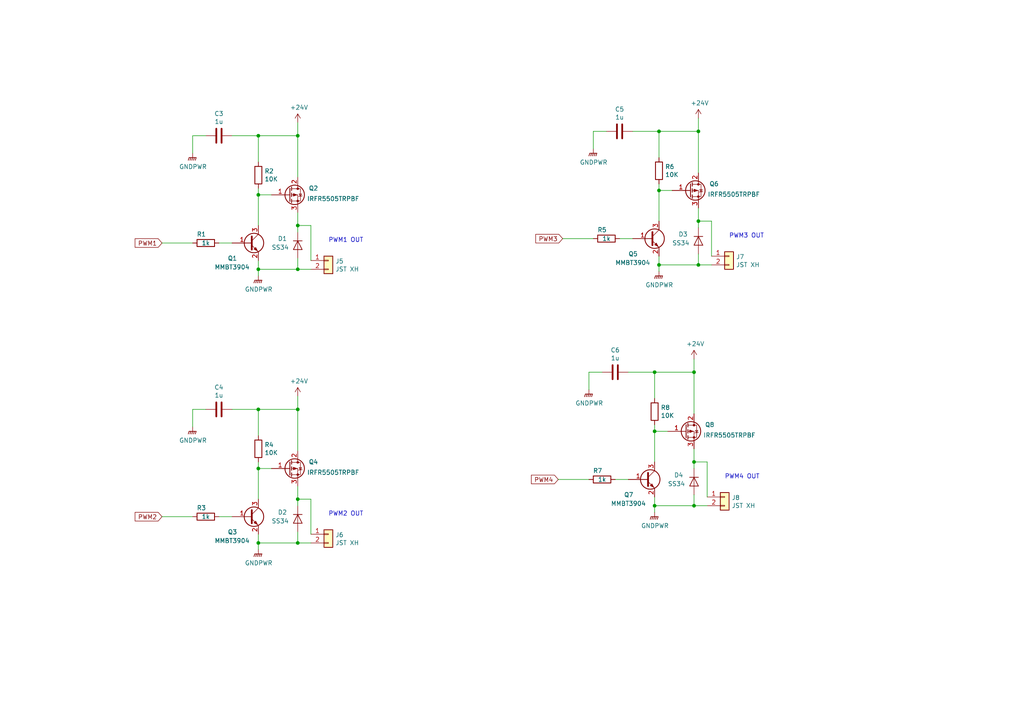
<source format=kicad_sch>
(kicad_sch (version 20250114) (generator "eeschema") (generator_version "9.0")
  (paper "A4")
  (lib_symbols
    (symbol "peripherals-rescue:+24V-power" (power) (pin_names (offset 0))
      (property "Value" "power_+24V" (at 0 3.556 0))
      (symbol "+24V-power_0_1"
        (polyline (pts (xy -0.762 1.27) (xy 0 2.54)))
        (polyline (pts (xy 0 2.54) (xy 0.762 1.27)))
        (polyline (pts (xy 0 0) (xy 0 2.54)))
      )
      (symbol "+24V-power_1_1"
        (pin power_in line (at 0 0 90) (length 0) (hide yes) (name "+24V") (number "1"))
      )
    )
    (symbol "peripherals-rescue:C-Device" (pin_numbers (hide yes)) (pin_names (offset 0.254))
      (property "Reference" "C" (at 0.635 2.54 0))
      (property "Value" "Device_C" (at 0.635 -2.54 0))
      (symbol "C-Device_0_1"
        (polyline (pts (xy -2.032 0.762) (xy 2.032 0.762)) (stroke (width 0.508)))
        (polyline (pts (xy -2.032 -0.762) (xy 2.032 -0.762)) (stroke (width 0.508)))
      )
      (symbol "C-Device_1_1"
        (pin passive line (at 0 3.81 270) (length 2.794) (name "~") (number "1"))
        (pin passive line (at 0 -3.81 90) (length 2.794) (name "~") (number "2"))
      )
    )
    (symbol "peripherals-rescue:Conn_01x02-Connector_Generic" (pin_names (offset 1.016) (hide yes))
      (property "Reference" "J" (at 0 2.54 0))
      (property "Value" "Connector_Generic_Conn_01x02" (at 0 -5.08 0))
      (symbol "Conn_01x02-Connector_Generic_1_1"
        (rectangle (start -1.27 1.27) (end 1.27 -3.81) (stroke (width 0.254)) (fill (type background)))
        (rectangle (start -1.27 0.127) (end 0 -0.127) (stroke (width 0.1524)))
        (rectangle (start -1.27 -2.413) (end 0 -2.667) (stroke (width 0.1524)))
        (pin passive line (at -5.08 0 0) (length 3.81) (name "Pin_1") (number "1"))
        (pin passive line (at -5.08 -2.54 0) (length 3.81) (name "Pin_2") (number "2"))
      )
    )
    (symbol "peripherals-rescue:D-Device" (pin_numbers (hide yes)) (pin_names (offset 1.016) (hide yes))
      (property "Reference" "D" (at 0 2.54 0))
      (property "Value" "Device_D" (at 0 -2.54 0))
      (symbol "D-Device_0_1"
        (polyline (pts (xy -1.27 1.27) (xy -1.27 -1.27)) (stroke (width 0.2032)))
        (polyline (pts (xy 1.27 1.27) (xy 1.27 -1.27) (xy -1.27 0) (xy 1.27 1.27)) (stroke (width 0.2032)))
        (polyline (pts (xy 1.27 0) (xy -1.27 0)))
      )
      (symbol "D-Device_1_1"
        (pin passive line (at -3.81 0 0) (length 2.54) (name "K") (number "1"))
        (pin passive line (at 3.81 0 180) (length 2.54) (name "A") (number "2"))
      )
    )
    (symbol "peripherals-rescue:GNDPWR-power" (power) (pin_names (offset 0))
      (property "Value" "power_GNDPWR" (at 0 -3.302 0))
      (symbol "GNDPWR-power_0_1"
        (polyline (pts (xy -1.016 -1.27) (xy -1.27 -2.032) (xy -1.27 -2.032)) (stroke (width 0.2032)))
        (polyline (pts (xy -0.508 -1.27) (xy -0.762 -2.032) (xy -0.762 -2.032)) (stroke (width 0.2032)))
        (polyline (pts (xy 0 -1.27) (xy 0 0)))
        (polyline (pts (xy 0 -1.27) (xy -0.254 -2.032) (xy -0.254 -2.032)) (stroke (width 0.2032)))
        (polyline (pts (xy 0.508 -1.27) (xy 0.254 -2.032) (xy 0.254 -2.032)) (stroke (width 0.2032)))
        (polyline (pts (xy 1.016 -1.27) (xy -1.016 -1.27) (xy -1.016 -1.27)) (stroke (width 0.2032)))
        (polyline (pts (xy 1.016 -1.27) (xy 0.762 -2.032) (xy 0.762 -2.032) (xy 0.762 -2.032)) (stroke (width 0.2032)))
      )
      (symbol "GNDPWR-power_1_1"
        (pin power_in line (at 0 0 270) (length 0) (hide yes) (name "GNDPWR") (number "1"))
      )
    )
    (symbol "peripherals-rescue:Q_NPN_BEC-Device" (pin_names (offset 0) (hide yes))
      (property "Reference" "Q" (at 5.08 1.27 0))
      (property "Value" "Device_Q_NPN_BEC" (at 5.08 -1.27 0))
      (symbol "Q_NPN_BEC-Device_0_1"
        (polyline (pts (xy 0.635 1.905) (xy 0.635 -1.905) (xy 0.635 -1.905)) (stroke (width 0.508)))
        (polyline (pts (xy 0.635 0.635) (xy 2.54 2.54)))
        (polyline (pts (xy 0.635 -0.635) (xy 2.54 -2.54) (xy 2.54 -2.54)))
        (circle (center 1.27 0) (radius 2.8194) (stroke (width 0.254)))
        (polyline (pts (xy 1.27 -1.778) (xy 1.778 -1.27) (xy 2.286 -2.286) (xy 1.27 -1.778) (xy 1.27 -1.778)) (fill (type outline)))
      )
      (symbol "Q_NPN_BEC-Device_1_1"
        (pin input line (at -5.08 0 0) (length 5.715) (name "B") (number "1"))
        (pin passive line (at 2.54 5.08 270) (length 2.54) (name "C") (number "3"))
        (pin passive line (at 2.54 -5.08 90) (length 2.54) (name "E") (number "2"))
      )
    )
    (symbol "peripherals-rescue:Q_PMOS_GDS-Device" (pin_names (offset 0) (hide yes))
      (property "Reference" "Q" (at 5.08 1.27 0))
      (property "Value" "Device_Q_PMOS_GDS" (at 5.08 -1.27 0))
      (symbol "Q_PMOS_GDS-Device_0_1"
        (polyline (pts (xy 0.0508 0) (xy 0.254 0)))
        (polyline (pts (xy 0.254 1.905) (xy 0.254 -1.905) (xy 0.254 -1.905)) (stroke (width 0.254)))
        (polyline (pts (xy 0.762 2.286) (xy 0.762 1.27)) (stroke (width 0.254)))
        (polyline (pts (xy 0.762 1.778) (xy 2.54 1.778)))
        (polyline (pts (xy 0.762 0.508) (xy 0.762 -0.508)) (stroke (width 0.254)))
        (polyline (pts (xy 0.762 0) (xy 2.54 0)))
        (polyline (pts (xy 0.762 -1.27) (xy 0.762 -2.286)) (stroke (width 0.254)))
        (polyline (pts (xy 0.762 -1.778) (xy 2.54 -1.778)))
        (circle (center 1.651 0) (radius 2.8194) (stroke (width 0.254)))
        (polyline (pts (xy 2.286 0) (xy 1.27 -0.381) (xy 1.27 0.381) (xy 2.286 0)) (fill (type outline)))
        (polyline (pts (xy 2.54 2.54) (xy 2.54 1.778)))
        (circle (center 2.54 1.778) (radius 0.2794) (fill (type outline)))
        (polyline (pts (xy 2.54 -1.778) (xy 2.54 0)))
        (polyline (pts (xy 2.54 -1.778) (xy 2.54 -2.54)))
        (polyline (pts (xy 2.54 -1.778) (xy 3.302 -1.778) (xy 3.302 1.778) (xy 2.54 1.778)))
        (circle (center 2.54 -1.778) (radius 0.2794) (fill (type outline)))
        (polyline (pts (xy 2.794 -0.508) (xy 2.921 -0.381) (xy 3.683 -0.381) (xy 3.81 -0.254)))
        (polyline (pts (xy 3.302 -0.381) (xy 2.921 0.254) (xy 3.683 0.254) (xy 3.302 -0.381)))
      )
      (symbol "Q_PMOS_GDS-Device_1_1"
        (pin input line (at -5.08 0 0) (length 5.08) (name "G") (number "1"))
        (pin passive line (at 2.54 5.08 270) (length 2.54) (name "D") (number "2"))
        (pin passive line (at 2.54 -5.08 90) (length 2.54) (name "S") (number "3"))
      )
    )
    (symbol "peripherals-rescue:R-Device" (pin_numbers (hide yes)) (pin_names (offset 0))
      (property "Reference" "R" (at 2.032 0 90))
      (property "Value" "Device_R" (at 0 0 90))
      (symbol "R-Device_0_1"
        (rectangle (start -1.016 -2.54) (end 1.016 2.54) (stroke (width 0.254)))
      )
      (symbol "R-Device_1_1"
        (pin passive line (at 0 3.81 270) (length 1.27) (name "~") (number "1"))
        (pin passive line (at 0 -3.81 90) (length 1.27) (name "~") (number "2"))
      )
    )
  )
  (text "PWM3 OUT" (at 211.455 69.215 0) (effects (font (size 1.27 1.27)) (justify left bottom)))
  (text "PWM1 OUT" (at 95.25 70.485 0) (effects (font (size 1.27 1.27)) (justify left bottom)))
  (text "PWM4 OUT" (at 210.185 139.065 0) (effects (font (size 1.27 1.27)) (justify left bottom)))
  (text "PWM2 OUT" (at 95.25 149.86 0) (effects (font (size 1.27 1.27)) (justify left bottom)))
  (junction (at 189.865 125.095))
  (junction (at 74.93 118.745))
  (junction (at 74.93 39.37))
  (junction (at 86.36 78.105))
  (junction (at 202.565 76.835))
  (junction (at 86.36 118.745))
  (junction (at 189.865 107.95))
  (junction (at 86.36 157.48))
  (junction (at 74.93 157.48))
  (junction (at 86.36 39.37))
  (junction (at 202.565 64.135))
  (junction (at 74.93 135.89))
  (junction (at 189.865 146.685))
  (junction (at 201.295 146.685))
  (junction (at 191.135 76.835))
  (junction (at 201.295 133.985))
  (junction (at 74.93 78.105))
  (junction (at 86.36 65.405))
  (junction (at 191.135 55.245))
  (junction (at 86.36 144.78))
  (junction (at 191.135 38.1))
  (junction (at 202.565 38.1))
  (junction (at 201.295 107.95))
  (junction (at 74.93 56.515))
  (wire (pts (xy 170.815 113.03) (xy 170.815 107.95)))
  (wire (pts (xy 163.195 69.215) (xy 172.085 69.215)))
  (wire (pts (xy 178.435 139.065) (xy 182.245 139.065)))
  (wire (pts (xy 193.675 125.095) (xy 189.865 125.095)))
  (wire (pts (xy 74.93 78.105) (xy 86.36 78.105)))
  (wire (pts (xy 67.31 118.745) (xy 74.93 118.745)))
  (wire (pts (xy 183.515 38.1) (xy 191.135 38.1)))
  (wire (pts (xy 201.295 133.985) (xy 205.105 133.985)))
  (wire (pts (xy 74.93 118.745) (xy 86.36 118.745)))
  (wire (pts (xy 205.105 133.985) (xy 205.105 144.145)))
  (wire (pts (xy 67.31 39.37) (xy 74.93 39.37)))
  (wire (pts (xy 189.865 115.57) (xy 189.865 107.95)))
  (wire (pts (xy 191.135 53.34) (xy 191.135 55.245)))
  (wire (pts (xy 86.36 65.405) (xy 90.17 65.405)))
  (wire (pts (xy 55.88 39.37) (xy 59.69 39.37)))
  (wire (pts (xy 189.865 107.95) (xy 201.295 107.95)))
  (wire (pts (xy 201.295 143.51) (xy 201.295 146.685)))
  (wire (pts (xy 179.705 69.215) (xy 183.515 69.215)))
  (wire (pts (xy 63.5 149.86) (xy 67.31 149.86)))
  (wire (pts (xy 74.93 78.105) (xy 74.93 80.01)))
  (wire (pts (xy 202.565 64.135) (xy 202.565 66.04)))
  (wire (pts (xy 78.74 135.89) (xy 74.93 135.89)))
  (wire (pts (xy 201.295 107.95) (xy 201.295 104.14)))
  (wire (pts (xy 74.93 54.61) (xy 74.93 56.515)))
  (wire (pts (xy 74.93 56.515) (xy 74.93 65.405)))
  (wire (pts (xy 182.245 107.95) (xy 189.865 107.95)))
  (wire (pts (xy 74.93 46.99) (xy 74.93 39.37)))
  (wire (pts (xy 74.93 157.48) (xy 74.93 159.385)))
  (wire (pts (xy 206.375 76.835) (xy 202.565 76.835)))
  (wire (pts (xy 55.88 123.825) (xy 55.88 118.745)))
  (wire (pts (xy 55.88 118.745) (xy 59.69 118.745)))
  (wire (pts (xy 191.135 45.72) (xy 191.135 38.1)))
  (wire (pts (xy 46.99 70.485) (xy 55.88 70.485)))
  (wire (pts (xy 86.36 154.305) (xy 86.36 157.48)))
  (wire (pts (xy 46.99 149.86) (xy 55.88 149.86)))
  (wire (pts (xy 86.36 144.78) (xy 90.17 144.78)))
  (wire (pts (xy 191.135 74.295) (xy 191.135 76.835)))
  (wire (pts (xy 86.36 39.37) (xy 86.36 35.56)))
  (wire (pts (xy 90.17 78.105) (xy 86.36 78.105)))
  (wire (pts (xy 191.135 76.835) (xy 191.135 78.74)))
  (wire (pts (xy 206.375 64.135) (xy 206.375 74.295)))
  (wire (pts (xy 202.565 60.325) (xy 202.565 64.135)))
  (wire (pts (xy 74.93 39.37) (xy 86.36 39.37)))
  (wire (pts (xy 86.36 74.93) (xy 86.36 78.105)))
  (wire (pts (xy 202.565 38.1) (xy 202.565 50.165)))
  (wire (pts (xy 205.105 146.685) (xy 201.295 146.685)))
  (wire (pts (xy 189.865 123.19) (xy 189.865 125.095)))
  (wire (pts (xy 90.17 65.405) (xy 90.17 75.565)))
  (wire (pts (xy 191.135 76.835) (xy 202.565 76.835)))
  (wire (pts (xy 191.135 38.1) (xy 202.565 38.1)))
  (wire (pts (xy 189.865 125.095) (xy 189.865 133.985)))
  (wire (pts (xy 202.565 73.66) (xy 202.565 76.835)))
  (wire (pts (xy 189.865 144.145) (xy 189.865 146.685)))
  (wire (pts (xy 74.93 75.565) (xy 74.93 78.105)))
  (wire (pts (xy 172.085 43.18) (xy 172.085 38.1)))
  (wire (pts (xy 201.295 107.95) (xy 201.295 120.015)))
  (wire (pts (xy 63.5 70.485) (xy 67.31 70.485)))
  (wire (pts (xy 55.88 44.45) (xy 55.88 39.37)))
  (wire (pts (xy 74.93 135.89) (xy 74.93 144.78)))
  (wire (pts (xy 86.36 61.595) (xy 86.36 65.405)))
  (wire (pts (xy 74.93 133.985) (xy 74.93 135.89)))
  (wire (pts (xy 201.295 130.175) (xy 201.295 133.985)))
  (wire (pts (xy 86.36 39.37) (xy 86.36 51.435)))
  (wire (pts (xy 74.93 154.94) (xy 74.93 157.48)))
  (wire (pts (xy 194.945 55.245) (xy 191.135 55.245)))
  (wire (pts (xy 201.295 133.985) (xy 201.295 135.89)))
  (wire (pts (xy 74.93 126.365) (xy 74.93 118.745)))
  (wire (pts (xy 189.865 146.685) (xy 201.295 146.685)))
  (wire (pts (xy 86.36 144.78) (xy 86.36 146.685)))
  (wire (pts (xy 90.17 144.78) (xy 90.17 154.94)))
  (wire (pts (xy 202.565 64.135) (xy 206.375 64.135)))
  (wire (pts (xy 86.36 118.745) (xy 86.36 114.935)))
  (wire (pts (xy 170.815 107.95) (xy 174.625 107.95)))
  (wire (pts (xy 90.17 157.48) (xy 86.36 157.48)))
  (wire (pts (xy 202.565 38.1) (xy 202.565 34.29)))
  (wire (pts (xy 189.865 146.685) (xy 189.865 148.59)))
  (wire (pts (xy 86.36 65.405) (xy 86.36 67.31)))
  (wire (pts (xy 78.74 56.515) (xy 74.93 56.515)))
  (wire (pts (xy 86.36 140.97) (xy 86.36 144.78)))
  (wire (pts (xy 172.085 38.1) (xy 175.895 38.1)))
  (wire (pts (xy 74.93 157.48) (xy 86.36 157.48)))
  (wire (pts (xy 161.925 139.065) (xy 170.815 139.065)))
  (wire (pts (xy 86.36 118.745) (xy 86.36 130.81)))
  (wire (pts (xy 191.135 55.245) (xy 191.135 64.135)))
  (global_label "PWM2" (shape input) (at 46.99 149.86 180) (property "Intersheetrefs" "${INTERSHEET_REFS}" (effects (hide yes))))
  (global_label "PWM1" (shape input) (at 46.99 70.485 180) (property "Intersheetrefs" "${INTERSHEET_REFS}" (effects (hide yes))))
  (global_label "PWM3" (shape input) (at 163.195 69.215 180) (property "Intersheetrefs" "${INTERSHEET_REFS}" (effects (hide yes))))
  (global_label "PWM4" (shape input) (at 161.925 139.065 180) (property "Intersheetrefs" "${INTERSHEET_REFS}" (effects (hide yes))))
  (symbol (lib_id "peripherals-rescue:Conn_01x02-Connector_Generic") (at 95.25 75.565 0) (unit 1)
    (property "Reference" "J5" (at 97.282 75.7682 0) (effects (justify left)))
    (property "Value" "JST XH" (at 97.282 78.0796 0) (effects (justify left)))
    (property "Footprint" "Connector_JST:JST_XH_B02B-XH-A_1x02_P2.50mm_Vertical" (effects (hide yes)))
  )
  (symbol (lib_id "peripherals-rescue:+24V-power") (at 86.36 35.56 0) (unit 1)
    (property "Reference" "#PWR02" (effects (hide yes)))
    (property "Value" "+24V" (at 86.741 31.1658 0))
  )
  (symbol (lib_id "peripherals-rescue:GNDPWR-power") (at 74.93 80.01 0) (unit 1)
    (property "Reference" "#PWR03" (effects (hide yes)))
    (property "Value" "GNDPWR" (at 75.0316 83.9216 0))
  )
  (symbol (lib_id "peripherals-rescue:D-Device") (at 86.36 71.12 270) (unit 1)
    (property "Reference" "D1" (at 81.915 69.215 90))
    (property "Value" "SS34" (at 81.28 71.755 90))
    (property "Footprint" "Diode_SMD:D_SMB" (effects (hide yes)))
    (instances (project "" (path "" (reference "D1") (unit 1))) (project "" (path "" (reference "D?") (unit 1)) (path "" (reference "D1") (unit 1))))
  )
  (symbol (lib_id "peripherals-rescue:R-Device") (at 59.69 70.485 270) (unit 1)
    (property "Reference" "R1" (at 58.42 67.945 90))
    (property "Value" "1k" (at 59.69 70.485 90))
    (property "Footprint" "Resistor_SMD:R_0603_1608Metric" (effects (hide yes)))
  )
  (symbol (lib_id "peripherals-rescue:C-Device") (at 63.5 39.37 270) (unit 1)
    (property "Reference" "C3" (at 63.5 32.9692 90))
    (property "Value" "1u" (at 63.5 35.2806 90))
    (property "Footprint" "Capacitor_SMD:C_0805_2012Metric" (effects (hide yes)))
  )
  (symbol (lib_id "peripherals-rescue:GNDPWR-power") (at 55.88 44.45 0) (unit 1)
    (property "Reference" "#PWR010" (effects (hide yes)))
    (property "Value" "GNDPWR" (at 55.9816 48.3616 0))
  )
  (symbol (lib_id "peripherals-rescue:Q_PMOS_GDS-Device") (at 83.82 56.515 0) (unit 1)
    (property "Reference" "Q2" (at 89.535 54.61 0) (effects (justify left)))
    (property "Value" "IRFR5505TRPBF" (at 89.0524 57.658 0) (effects (justify left)))
    (property "Footprint" "Package_TO_SOT_SMD:TO-252-3_TabPin2" (effects (hide yes)))
  )
  (symbol (lib_id "peripherals-rescue:R-Device") (at 74.93 50.8 0) (unit 1)
    (property "Reference" "R2" (at 76.708 49.6316 0) (effects (justify left)))
    (property "Value" "10K" (at 76.708 51.943 0) (effects (justify left)))
    (property "Footprint" "Resistor_SMD:R_0603_1608Metric" (effects (hide yes)))
  )
  (symbol (lib_id "peripherals-rescue:Q_NPN_BEC-Device") (at 72.39 70.485 0) (unit 1)
    (property "Reference" "Q1" (at 66.04 74.93 0) (effects (justify left)))
    (property "Value" "MMBT3904" (at 62.23 77.47 0) (effects (justify left)))
    (property "Footprint" "Package_TO_SOT_SMD:SOT-23" (effects (hide yes)))
  )
  (symbol (lib_id "peripherals-rescue:Conn_01x02-Connector_Generic") (at 95.25 154.94 0) (unit 1)
    (property "Reference" "J6" (at 97.282 155.1432 0) (effects (justify left)))
    (property "Value" "JST XH" (at 97.282 157.4546 0) (effects (justify left)))
    (property "Footprint" "Connector_JST:JST_XH_B02B-XH-A_1x02_P2.50mm_Vertical" (effects (hide yes)))
  )
  (symbol (lib_id "peripherals-rescue:+24V-power") (at 86.36 114.935 0) (unit 1)
    (property "Reference" "#PWR0104" (effects (hide yes)))
    (property "Value" "+24V" (at 86.741 110.5408 0))
  )
  (symbol (lib_id "peripherals-rescue:GNDPWR-power") (at 74.93 159.385 0) (unit 1)
    (property "Reference" "#PWR0112" (effects (hide yes)))
    (property "Value" "GNDPWR" (at 75.0316 163.2966 0))
  )
  (symbol (lib_id "peripherals-rescue:D-Device") (at 86.36 150.495 270) (unit 1)
    (property "Reference" "D2" (at 81.915 148.59 90))
    (property "Value" "SS34" (at 81.28 151.13 90))
    (property "Footprint" "Diode_SMD:D_SMB" (effects (hide yes)))
    (instances (project "" (path "" (reference "D2") (unit 1))) (project "" (path "" (reference "D?") (unit 1)) (path "" (reference "D2") (unit 1))))
  )
  (symbol (lib_id "peripherals-rescue:R-Device") (at 59.69 149.86 270) (unit 1)
    (property "Reference" "R3" (at 58.42 147.32 90))
    (property "Value" "1k" (at 59.69 149.86 90))
    (property "Footprint" "Resistor_SMD:R_0603_1608Metric" (effects (hide yes)))
  )
  (symbol (lib_id "peripherals-rescue:C-Device") (at 63.5 118.745 270) (unit 1)
    (property "Reference" "C4" (at 63.5 112.3442 90))
    (property "Value" "1u" (at 63.5 114.6556 90))
    (property "Footprint" "Capacitor_SMD:C_0805_2012Metric" (effects (hide yes)))
  )
  (symbol (lib_id "peripherals-rescue:GNDPWR-power") (at 55.88 123.825 0) (unit 1)
    (property "Reference" "#PWR0113" (effects (hide yes)))
    (property "Value" "GNDPWR" (at 55.9816 127.7366 0))
  )
  (symbol (lib_id "peripherals-rescue:Q_PMOS_GDS-Device") (at 83.82 135.89 0) (unit 1)
    (property "Reference" "Q4" (at 89.535 133.985 0) (effects (justify left)))
    (property "Value" "IRFR5505TRPBF" (at 89.0524 137.033 0) (effects (justify left)))
    (property "Footprint" "Package_TO_SOT_SMD:TO-252-3_TabPin2" (effects (hide yes)))
  )
  (symbol (lib_id "peripherals-rescue:R-Device") (at 74.93 130.175 0) (unit 1)
    (property "Reference" "R4" (at 76.708 129.0066 0) (effects (justify left)))
    (property "Value" "10K" (at 76.708 131.318 0) (effects (justify left)))
    (property "Footprint" "Resistor_SMD:R_0603_1608Metric" (effects (hide yes)))
  )
  (symbol (lib_id "peripherals-rescue:Q_NPN_BEC-Device") (at 72.39 149.86 0) (unit 1)
    (property "Reference" "Q3" (at 66.04 154.305 0) (effects (justify left)))
    (property "Value" "MMBT3904" (at 62.23 156.845 0) (effects (justify left)))
    (property "Footprint" "Package_TO_SOT_SMD:SOT-23" (effects (hide yes)))
  )
  (symbol (lib_id "peripherals-rescue:Conn_01x02-Connector_Generic") (at 211.455 74.295 0) (unit 1)
    (property "Reference" "J7" (at 213.487 74.4982 0) (effects (justify left)))
    (property "Value" "JST XH" (at 213.487 76.8096 0) (effects (justify left)))
    (property "Footprint" "Connector_JST:JST_XH_B02B-XH-A_1x02_P2.50mm_Vertical" (effects (hide yes)))
  )
  (symbol (lib_id "peripherals-rescue:+24V-power") (at 202.565 34.29 0) (unit 1)
    (property "Reference" "#PWR0114" (effects (hide yes)))
    (property "Value" "+24V" (at 202.946 29.8958 0))
  )
  (symbol (lib_id "peripherals-rescue:GNDPWR-power") (at 191.135 78.74 0) (unit 1)
    (property "Reference" "#PWR0116" (effects (hide yes)))
    (property "Value" "GNDPWR" (at 191.2366 82.6516 0))
  )
  (symbol (lib_id "peripherals-rescue:D-Device") (at 202.565 69.85 270) (unit 1)
    (property "Reference" "D3" (at 198.12 67.945 90))
    (property "Value" "SS34" (at 197.485 70.485 90))
    (property "Footprint" "Diode_SMD:D_SMB" (effects (hide yes)))
    (instances (project "" (path "" (reference "D3") (unit 1))) (project "" (path "" (reference "D?") (unit 1)) (path "" (reference "D3") (unit 1))))
  )
  (symbol (lib_id "peripherals-rescue:R-Device") (at 175.895 69.215 270) (unit 1)
    (property "Reference" "R5" (at 174.625 66.675 90))
    (property "Value" "1k" (at 175.895 69.215 90))
    (property "Footprint" "Resistor_SMD:R_0603_1608Metric" (effects (hide yes)))
  )
  (symbol (lib_id "peripherals-rescue:C-Device") (at 179.705 38.1 270) (unit 1)
    (property "Reference" "C5" (at 179.705 31.6992 90))
    (property "Value" "1u" (at 179.705 34.0106 90))
    (property "Footprint" "Capacitor_SMD:C_0805_2012Metric" (effects (hide yes)))
  )
  (symbol (lib_id "peripherals-rescue:GNDPWR-power") (at 172.085 43.18 0) (unit 1)
    (property "Reference" "#PWR0117" (effects (hide yes)))
    (property "Value" "GNDPWR" (at 172.1866 47.0916 0))
  )
  (symbol (lib_id "peripherals-rescue:Q_PMOS_GDS-Device") (at 200.025 55.245 0) (unit 1)
    (property "Reference" "Q6" (at 205.74 53.34 0) (effects (justify left)))
    (property "Value" "IRFR5505TRPBF" (at 205.2574 56.388 0) (effects (justify left)))
    (property "Footprint" "Package_TO_SOT_SMD:TO-252-3_TabPin2" (effects (hide yes)))
  )
  (symbol (lib_id "peripherals-rescue:R-Device") (at 191.135 49.53 0) (unit 1)
    (property "Reference" "R6" (at 192.913 48.3616 0) (effects (justify left)))
    (property "Value" "10K" (at 192.913 50.673 0) (effects (justify left)))
    (property "Footprint" "Resistor_SMD:R_0603_1608Metric" (effects (hide yes)))
  )
  (symbol (lib_id "peripherals-rescue:Q_NPN_BEC-Device") (at 188.595 69.215 0) (unit 1)
    (property "Reference" "Q5" (at 182.245 73.66 0) (effects (justify left)))
    (property "Value" "MMBT3904" (at 178.435 76.2 0) (effects (justify left)))
    (property "Footprint" "Package_TO_SOT_SMD:SOT-23" (effects (hide yes)))
  )
  (symbol (lib_id "peripherals-rescue:Conn_01x02-Connector_Generic") (at 210.185 144.145 0) (unit 1)
    (property "Reference" "J8" (at 212.217 144.3482 0) (effects (justify left)))
    (property "Value" "JST XH" (at 212.217 146.6596 0) (effects (justify left)))
    (property "Footprint" "Connector_JST:JST_XH_B02B-XH-A_1x02_P2.50mm_Vertical" (effects (hide yes)))
  )
  (symbol (lib_id "peripherals-rescue:+24V-power") (at 201.295 104.14 0) (unit 1)
    (property "Reference" "#PWR0118" (effects (hide yes)))
    (property "Value" "+24V" (at 201.676 99.7458 0))
  )
  (symbol (lib_id "peripherals-rescue:GNDPWR-power") (at 189.865 148.59 0) (unit 1)
    (property "Reference" "#PWR0119" (effects (hide yes)))
    (property "Value" "GNDPWR" (at 189.9666 152.5016 0))
  )
  (symbol (lib_id "peripherals-rescue:D-Device") (at 201.295 139.7 270) (unit 1)
    (property "Reference" "D4" (at 196.85 137.795 90))
    (property "Value" "SS34" (at 196.215 140.335 90))
    (property "Footprint" "Diode_SMD:D_SMB" (effects (hide yes)))
    (instances (project "" (path "" (reference "D4") (unit 1))) (project "" (path "" (reference "D?") (unit 1)) (path "" (reference "D4") (unit 1))))
  )
  (symbol (lib_id "peripherals-rescue:R-Device") (at 174.625 139.065 270) (unit 1)
    (property "Reference" "R7" (at 173.355 136.525 90))
    (property "Value" "1k" (at 174.625 139.065 90))
    (property "Footprint" "Resistor_SMD:R_0603_1608Metric" (effects (hide yes)))
  )
  (symbol (lib_id "peripherals-rescue:C-Device") (at 178.435 107.95 270) (unit 1)
    (property "Reference" "C6" (at 178.435 101.5492 90))
    (property "Value" "1u" (at 178.435 103.8606 90))
    (property "Footprint" "Capacitor_SMD:C_0805_2012Metric" (effects (hide yes)))
  )
  (symbol (lib_id "peripherals-rescue:GNDPWR-power") (at 170.815 113.03 0) (unit 1)
    (property "Reference" "#PWR0120" (effects (hide yes)))
    (property "Value" "GNDPWR" (at 170.9166 116.9416 0))
  )
  (symbol (lib_id "peripherals-rescue:Q_PMOS_GDS-Device") (at 198.755 125.095 0) (unit 1)
    (property "Reference" "Q8" (at 204.47 123.19 0) (effects (justify left)))
    (property "Value" "IRFR5505TRPBF" (at 203.9874 126.238 0) (effects (justify left)))
    (property "Footprint" "Package_TO_SOT_SMD:TO-252-3_TabPin2" (effects (hide yes)))
  )
  (symbol (lib_id "peripherals-rescue:R-Device") (at 189.865 119.38 0) (unit 1)
    (property "Reference" "R8" (at 191.643 118.2116 0) (effects (justify left)))
    (property "Value" "10K" (at 191.643 120.523 0) (effects (justify left)))
    (property "Footprint" "Resistor_SMD:R_0603_1608Metric" (effects (hide yes)))
  )
  (symbol (lib_id "peripherals-rescue:Q_NPN_BEC-Device") (at 187.325 139.065 0) (unit 1)
    (property "Reference" "Q7" (at 180.975 143.51 0) (effects (justify left)))
    (property "Value" "MMBT3904" (at 177.165 146.05 0) (effects (justify left)))
    (property "Footprint" "Package_TO_SOT_SMD:SOT-23" (effects (hide yes)))
  )
)
</source>
